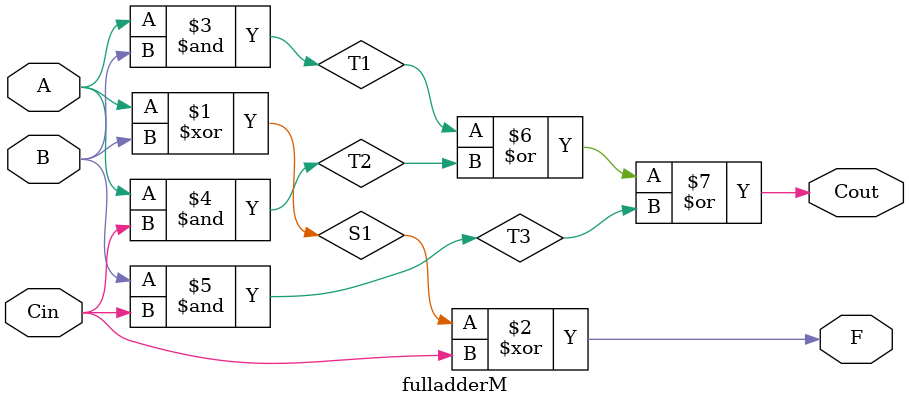
<source format=v>
`timescale 1ns / 1ps
module fulladderM(
    input Cin,
    input A,
    input B,
    output F,
    output Cout
    );
	 wire Cin,A,B,F,Cout;
	 //F ½øÎ»  Cout Êä³ö
	 //assign F= A^B^Cin;
	 //assign Cout=(A&B)|((A^B)&Cin);
	 
	 // ½á¹¹½¨Ä££ºÃÅµçÂ·
	 wire S1,T1,T2,T3 ;
	 // ÁÙÊ±±äÁ¿
	 
	 xor XU1(S1,A,B), // S1 = A BµÄÒì»ò
		  XU2(F,S1,Cin); // F = S1 Cin µÄÒì»ò		  
	 and AU1(T1,A,B),
		  AU2(T2,A,Cin),
		  AU3(T3,B,Cin);
	 or  OU1(Cout,T1,T2,T3);
	 


endmodule

</source>
